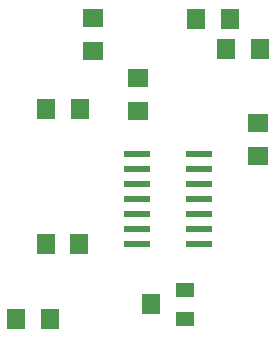
<source format=gbr>
G04 EAGLE Gerber RS-274X export*
G75*
%MOMM*%
%FSLAX34Y34*%
%LPD*%
%INSolderpaste Top*%
%IPPOS*%
%AMOC8*
5,1,8,0,0,1.08239X$1,22.5*%
G01*
%ADD10R,2.200000X0.600000*%
%ADD11R,1.600000X1.803000*%
%ADD12R,1.803000X1.600000*%
%ADD13R,1.600000X1.300000*%
%ADD14R,1.600000X1.800000*%
%ADD15R,1.800000X1.600000*%


D10*
X241900Y114300D03*
X189900Y114300D03*
X241900Y101600D03*
X241900Y127000D03*
X241900Y139700D03*
X189900Y101600D03*
X189900Y127000D03*
X189900Y139700D03*
X241900Y165100D03*
X189900Y165100D03*
X241900Y152400D03*
X241900Y177800D03*
X189900Y152400D03*
X189900Y177800D03*
D11*
X265180Y266700D03*
X293620Y266700D03*
D12*
X190500Y242820D03*
X190500Y214380D03*
D11*
X239780Y292100D03*
X268220Y292100D03*
D12*
X152400Y265180D03*
X152400Y293620D03*
D11*
X87380Y38100D03*
X115820Y38100D03*
X141220Y215900D03*
X112780Y215900D03*
D13*
X230400Y38300D03*
X230400Y63300D03*
D14*
X201400Y50800D03*
D15*
X292100Y176500D03*
X292100Y204500D03*
D14*
X141000Y101600D03*
X113000Y101600D03*
M02*

</source>
